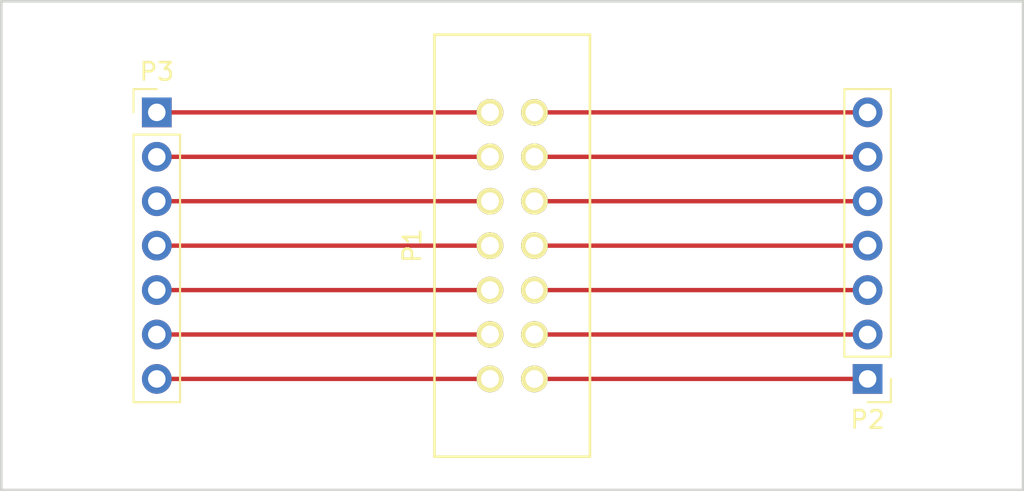
<source format=kicad_pcb>
(kicad_pcb (version 4) (host pcbnew 4.0.2-stable)

  (general
    (links 14)
    (no_connects 14)
    (area 115.541667 95.609999 166.398334 120.290001)
    (thickness 1.6)
    (drawings 5)
    (tracks 14)
    (zones 0)
    (modules 3)
    (nets 15)
  )

  (page A4)
  (layers
    (0 F.Cu signal)
    (31 B.Cu signal hide)
    (32 B.Adhes user hide)
    (33 F.Adhes user hide)
    (34 B.Paste user hide)
    (35 F.Paste user hide)
    (36 B.SilkS user hide)
    (37 F.SilkS user hide)
    (38 B.Mask user hide)
    (39 F.Mask user hide)
    (40 Dwgs.User user hide)
    (41 Cmts.User user hide)
    (42 Eco1.User user hide)
    (43 Eco2.User user hide)
    (44 Edge.Cuts user)
    (45 Margin user hide)
    (46 B.CrtYd user hide)
    (47 F.CrtYd user hide)
    (48 B.Fab user hide)
    (49 F.Fab user hide)
  )

  (setup
    (last_trace_width 0.25)
    (trace_clearance 0.2)
    (zone_clearance 0.508)
    (zone_45_only no)
    (trace_min 0.2)
    (segment_width 0.2)
    (edge_width 0.15)
    (via_size 0.6)
    (via_drill 0.4)
    (via_min_size 0.4)
    (via_min_drill 0.3)
    (uvia_size 0.3)
    (uvia_drill 0.1)
    (uvias_allowed no)
    (uvia_min_size 0.2)
    (uvia_min_drill 0.1)
    (pcb_text_width 0.3)
    (pcb_text_size 1.5 1.5)
    (mod_edge_width 0.15)
    (mod_text_size 1 1)
    (mod_text_width 0.15)
    (pad_size 1.524 1.524)
    (pad_drill 0.762)
    (pad_to_mask_clearance 0.2)
    (aux_axis_origin 0 0)
    (visible_elements FFFFFF7F)
    (pcbplotparams
      (layerselection 0x00030_80000001)
      (usegerberextensions false)
      (excludeedgelayer true)
      (linewidth 0.100000)
      (plotframeref false)
      (viasonmask false)
      (mode 1)
      (useauxorigin false)
      (hpglpennumber 1)
      (hpglpenspeed 20)
      (hpglpendiameter 15)
      (hpglpenoverlay 2)
      (psnegative false)
      (psa4output false)
      (plotreference true)
      (plotvalue true)
      (plotinvisibletext false)
      (padsonsilk false)
      (subtractmaskfromsilk false)
      (outputformat 1)
      (mirror false)
      (drillshape 1)
      (scaleselection 1)
      (outputdirectory ""))
  )

  (net 0 "")
  (net 1 "Net-(P1-Pad1)")
  (net 2 "Net-(P1-Pad3)")
  (net 3 "Net-(P1-Pad5)")
  (net 4 "Net-(P1-Pad7)")
  (net 5 "Net-(P1-Pad9)")
  (net 6 "Net-(P1-Pad11)")
  (net 7 "Net-(P1-Pad13)")
  (net 8 "Net-(P1-Pad2)")
  (net 9 "Net-(P1-Pad4)")
  (net 10 "Net-(P1-Pad6)")
  (net 11 "Net-(P1-Pad8)")
  (net 12 "Net-(P1-Pad10)")
  (net 13 "Net-(P1-Pad12)")
  (net 14 "Net-(P1-Pad14)")

  (net_class Default "This is the default net class."
    (clearance 0.2)
    (trace_width 0.25)
    (via_dia 0.6)
    (via_drill 0.4)
    (uvia_dia 0.3)
    (uvia_drill 0.1)
    (add_net "Net-(P1-Pad1)")
    (add_net "Net-(P1-Pad10)")
    (add_net "Net-(P1-Pad11)")
    (add_net "Net-(P1-Pad12)")
    (add_net "Net-(P1-Pad13)")
    (add_net "Net-(P1-Pad14)")
    (add_net "Net-(P1-Pad2)")
    (add_net "Net-(P1-Pad3)")
    (add_net "Net-(P1-Pad4)")
    (add_net "Net-(P1-Pad5)")
    (add_net "Net-(P1-Pad6)")
    (add_net "Net-(P1-Pad7)")
    (add_net "Net-(P1-Pad8)")
    (add_net "Net-(P1-Pad9)")
  )

  (module mods:2x7_pin_10in (layer F.Cu) (tedit 57A0C703) (tstamp 614BCA01)
    (at 140.97 107.95 270)
    (path /614BC016)
    (fp_text reference P1 (at 0 5.715 270) (layer F.SilkS)
      (effects (font (size 1 1) (thickness 0.15)))
    )
    (fp_text value CONN_02X07 (at 0 -5.715 270) (layer F.Fab) hide
      (effects (font (size 1 1) (thickness 0.15)))
    )
    (fp_line (start -12.065 4.445) (end 12.065 4.445) (layer F.SilkS) (width 0.15))
    (fp_line (start 12.065 -4.445) (end -12.065 -4.445) (layer F.SilkS) (width 0.15))
    (fp_line (start 12.065 4.445) (end 12.065 -4.445) (layer F.SilkS) (width 0.15))
    (fp_line (start -12.065 -4.445) (end -12.065 4.445) (layer F.SilkS) (width 0.15))
    (pad 1 thru_hole circle (at -7.62 1.27 270) (size 1.524 1.524) (drill 1.016) (layers *.Cu *.Mask F.SilkS)
      (net 1 "Net-(P1-Pad1)"))
    (pad 3 thru_hole circle (at -5.08 1.27 270) (size 1.524 1.524) (drill 1.016) (layers *.Cu *.Mask F.SilkS)
      (net 2 "Net-(P1-Pad3)"))
    (pad 5 thru_hole circle (at -2.54 1.27 270) (size 1.524 1.524) (drill 1.016) (layers *.Cu *.Mask F.SilkS)
      (net 3 "Net-(P1-Pad5)"))
    (pad 7 thru_hole circle (at 0 1.27 270) (size 1.524 1.524) (drill 1.016) (layers *.Cu *.Mask F.SilkS)
      (net 4 "Net-(P1-Pad7)"))
    (pad 9 thru_hole circle (at 2.54 1.27 270) (size 1.524 1.524) (drill 1.016) (layers *.Cu *.Mask F.SilkS)
      (net 5 "Net-(P1-Pad9)"))
    (pad 11 thru_hole circle (at 5.08 1.27 270) (size 1.524 1.524) (drill 1.016) (layers *.Cu *.Mask F.SilkS)
      (net 6 "Net-(P1-Pad11)"))
    (pad 13 thru_hole circle (at 7.62 1.27 270) (size 1.524 1.524) (drill 1.016) (layers *.Cu *.Mask F.SilkS)
      (net 7 "Net-(P1-Pad13)"))
    (pad 2 thru_hole circle (at -7.62 -1.27 270) (size 1.524 1.524) (drill 1.016) (layers *.Cu *.Mask F.SilkS)
      (net 8 "Net-(P1-Pad2)"))
    (pad 4 thru_hole circle (at -5.08 -1.27 270) (size 1.524 1.524) (drill 1.016) (layers *.Cu *.Mask F.SilkS)
      (net 9 "Net-(P1-Pad4)"))
    (pad 6 thru_hole circle (at -2.54 -1.27 270) (size 1.524 1.524) (drill 1.016) (layers *.Cu *.Mask F.SilkS)
      (net 10 "Net-(P1-Pad6)"))
    (pad 8 thru_hole circle (at 0 -1.27 270) (size 1.524 1.524) (drill 1.016) (layers *.Cu *.Mask F.SilkS)
      (net 11 "Net-(P1-Pad8)"))
    (pad 10 thru_hole circle (at 2.54 -1.27 270) (size 1.524 1.524) (drill 1.016) (layers *.Cu *.Mask F.SilkS)
      (net 12 "Net-(P1-Pad10)"))
    (pad 12 thru_hole circle (at 5.08 -1.27 270) (size 1.524 1.524) (drill 1.016) (layers *.Cu *.Mask F.SilkS)
      (net 13 "Net-(P1-Pad12)"))
    (pad 14 thru_hole circle (at 7.62 -1.27 270) (size 1.524 1.524) (drill 1.016) (layers *.Cu *.Mask F.SilkS)
      (net 14 "Net-(P1-Pad14)"))
  )

  (module Pin_Headers:Pin_Header_Straight_1x07_Pitch2.54mm (layer F.Cu) (tedit 59650532) (tstamp 614BCA0C)
    (at 161.29 115.57 180)
    (descr "Through hole straight pin header, 1x07, 2.54mm pitch, single row")
    (tags "Through hole pin header THT 1x07 2.54mm single row")
    (path /614BC1D1)
    (fp_text reference P2 (at 0 -2.33 180) (layer F.SilkS)
      (effects (font (size 1 1) (thickness 0.15)))
    )
    (fp_text value CONN_01X07 (at 0 17.57 180) (layer F.Fab)
      (effects (font (size 1 1) (thickness 0.15)))
    )
    (fp_line (start -0.635 -1.27) (end 1.27 -1.27) (layer F.Fab) (width 0.1))
    (fp_line (start 1.27 -1.27) (end 1.27 16.51) (layer F.Fab) (width 0.1))
    (fp_line (start 1.27 16.51) (end -1.27 16.51) (layer F.Fab) (width 0.1))
    (fp_line (start -1.27 16.51) (end -1.27 -0.635) (layer F.Fab) (width 0.1))
    (fp_line (start -1.27 -0.635) (end -0.635 -1.27) (layer F.Fab) (width 0.1))
    (fp_line (start -1.33 16.57) (end 1.33 16.57) (layer F.SilkS) (width 0.12))
    (fp_line (start -1.33 1.27) (end -1.33 16.57) (layer F.SilkS) (width 0.12))
    (fp_line (start 1.33 1.27) (end 1.33 16.57) (layer F.SilkS) (width 0.12))
    (fp_line (start -1.33 1.27) (end 1.33 1.27) (layer F.SilkS) (width 0.12))
    (fp_line (start -1.33 0) (end -1.33 -1.33) (layer F.SilkS) (width 0.12))
    (fp_line (start -1.33 -1.33) (end 0 -1.33) (layer F.SilkS) (width 0.12))
    (fp_line (start -1.8 -1.8) (end -1.8 17.05) (layer F.CrtYd) (width 0.05))
    (fp_line (start -1.8 17.05) (end 1.8 17.05) (layer F.CrtYd) (width 0.05))
    (fp_line (start 1.8 17.05) (end 1.8 -1.8) (layer F.CrtYd) (width 0.05))
    (fp_line (start 1.8 -1.8) (end -1.8 -1.8) (layer F.CrtYd) (width 0.05))
    (fp_text user %R (at 0 7.62 270) (layer F.Fab)
      (effects (font (size 1 1) (thickness 0.15)))
    )
    (pad 1 thru_hole rect (at 0 0 180) (size 1.7 1.7) (drill 1) (layers *.Cu *.Mask)
      (net 7 "Net-(P1-Pad13)"))
    (pad 2 thru_hole oval (at 0 2.54 180) (size 1.7 1.7) (drill 1) (layers *.Cu *.Mask)
      (net 6 "Net-(P1-Pad11)"))
    (pad 3 thru_hole oval (at 0 5.08 180) (size 1.7 1.7) (drill 1) (layers *.Cu *.Mask)
      (net 5 "Net-(P1-Pad9)"))
    (pad 4 thru_hole oval (at 0 7.62 180) (size 1.7 1.7) (drill 1) (layers *.Cu *.Mask)
      (net 4 "Net-(P1-Pad7)"))
    (pad 5 thru_hole oval (at 0 10.16 180) (size 1.7 1.7) (drill 1) (layers *.Cu *.Mask)
      (net 3 "Net-(P1-Pad5)"))
    (pad 6 thru_hole oval (at 0 12.7 180) (size 1.7 1.7) (drill 1) (layers *.Cu *.Mask)
      (net 2 "Net-(P1-Pad3)"))
    (pad 7 thru_hole oval (at 0 15.24 180) (size 1.7 1.7) (drill 1) (layers *.Cu *.Mask)
      (net 1 "Net-(P1-Pad1)"))
    (model ${KISYS3DMOD}/Pin_Headers.3dshapes/Pin_Header_Straight_1x07_Pitch2.54mm.wrl
      (at (xyz 0 0 0))
      (scale (xyz 1 1 1))
      (rotate (xyz 0 0 0))
    )
  )

  (module Pin_Headers:Pin_Header_Straight_1x07_Pitch2.54mm (layer F.Cu) (tedit 59650532) (tstamp 614BCA17)
    (at 120.65 100.33)
    (descr "Through hole straight pin header, 1x07, 2.54mm pitch, single row")
    (tags "Through hole pin header THT 1x07 2.54mm single row")
    (path /614BC0BE)
    (fp_text reference P3 (at 0 -2.33) (layer F.SilkS)
      (effects (font (size 1 1) (thickness 0.15)))
    )
    (fp_text value CONN_01X07 (at 0 17.57) (layer F.Fab)
      (effects (font (size 1 1) (thickness 0.15)))
    )
    (fp_line (start -0.635 -1.27) (end 1.27 -1.27) (layer F.Fab) (width 0.1))
    (fp_line (start 1.27 -1.27) (end 1.27 16.51) (layer F.Fab) (width 0.1))
    (fp_line (start 1.27 16.51) (end -1.27 16.51) (layer F.Fab) (width 0.1))
    (fp_line (start -1.27 16.51) (end -1.27 -0.635) (layer F.Fab) (width 0.1))
    (fp_line (start -1.27 -0.635) (end -0.635 -1.27) (layer F.Fab) (width 0.1))
    (fp_line (start -1.33 16.57) (end 1.33 16.57) (layer F.SilkS) (width 0.12))
    (fp_line (start -1.33 1.27) (end -1.33 16.57) (layer F.SilkS) (width 0.12))
    (fp_line (start 1.33 1.27) (end 1.33 16.57) (layer F.SilkS) (width 0.12))
    (fp_line (start -1.33 1.27) (end 1.33 1.27) (layer F.SilkS) (width 0.12))
    (fp_line (start -1.33 0) (end -1.33 -1.33) (layer F.SilkS) (width 0.12))
    (fp_line (start -1.33 -1.33) (end 0 -1.33) (layer F.SilkS) (width 0.12))
    (fp_line (start -1.8 -1.8) (end -1.8 17.05) (layer F.CrtYd) (width 0.05))
    (fp_line (start -1.8 17.05) (end 1.8 17.05) (layer F.CrtYd) (width 0.05))
    (fp_line (start 1.8 17.05) (end 1.8 -1.8) (layer F.CrtYd) (width 0.05))
    (fp_line (start 1.8 -1.8) (end -1.8 -1.8) (layer F.CrtYd) (width 0.05))
    (fp_text user %R (at 0 7.62 90) (layer F.Fab)
      (effects (font (size 1 1) (thickness 0.15)))
    )
    (pad 1 thru_hole rect (at 0 0) (size 1.7 1.7) (drill 1) (layers *.Cu *.Mask)
      (net 8 "Net-(P1-Pad2)"))
    (pad 2 thru_hole oval (at 0 2.54) (size 1.7 1.7) (drill 1) (layers *.Cu *.Mask)
      (net 9 "Net-(P1-Pad4)"))
    (pad 3 thru_hole oval (at 0 5.08) (size 1.7 1.7) (drill 1) (layers *.Cu *.Mask)
      (net 10 "Net-(P1-Pad6)"))
    (pad 4 thru_hole oval (at 0 7.62) (size 1.7 1.7) (drill 1) (layers *.Cu *.Mask)
      (net 11 "Net-(P1-Pad8)"))
    (pad 5 thru_hole oval (at 0 10.16) (size 1.7 1.7) (drill 1) (layers *.Cu *.Mask)
      (net 12 "Net-(P1-Pad10)"))
    (pad 6 thru_hole oval (at 0 12.7) (size 1.7 1.7) (drill 1) (layers *.Cu *.Mask)
      (net 13 "Net-(P1-Pad12)"))
    (pad 7 thru_hole oval (at 0 15.24) (size 1.7 1.7) (drill 1) (layers *.Cu *.Mask)
      (net 14 "Net-(P1-Pad14)"))
    (model ${KISYS3DMOD}/Pin_Headers.3dshapes/Pin_Header_Straight_1x07_Pitch2.54mm.wrl
      (at (xyz 0 0 0))
      (scale (xyz 1 1 1))
      (rotate (xyz 0 0 0))
    )
  )

  (gr_line (start 111.76 93.98) (end 116.84 93.98) (angle 90) (layer Edge.Cuts) (width 0.15))
  (gr_line (start 111.76 121.92) (end 111.76 93.98) (angle 90) (layer Edge.Cuts) (width 0.15))
  (gr_line (start 170.18 121.92) (end 111.76 121.92) (angle 90) (layer Edge.Cuts) (width 0.15))
  (gr_line (start 170.18 93.98) (end 170.18 121.92) (angle 90) (layer Edge.Cuts) (width 0.15))
  (gr_line (start 116.84 93.98) (end 170.18 93.98) (angle 90) (layer Edge.Cuts) (width 0.15))

  (segment (start 161.29 102.87) (end 142.24 102.87) (width 0.25) (layer F.Cu) (net 2) (status C00000))
  (segment (start 161.29 107.95) (end 142.24 107.95) (width 0.25) (layer F.Cu) (net 4) (status C00000))
  (segment (start 161.29 113.03) (end 142.24 113.03) (width 0.25) (layer F.Cu) (net 6) (status C00000))
  (segment (start 142.24 100.33) (end 161.29 100.33) (width 0.25) (layer F.Cu) (net 8) (status C00000))
  (segment (start 120.65 100.33) (end 139.7 100.33) (width 0.25) (layer F.Cu) (net 8) (status C00000))
  (segment (start 120.65 102.87) (end 139.7 102.87) (width 0.25) (layer F.Cu) (net 9) (status C00000))
  (segment (start 142.24 105.41) (end 161.29 105.41) (width 0.25) (layer F.Cu) (net 10) (status C00000))
  (segment (start 120.65 105.41) (end 139.7 105.41) (width 0.25) (layer F.Cu) (net 10) (status C00000))
  (segment (start 120.65 107.95) (end 139.7 107.95) (width 0.25) (layer F.Cu) (net 11) (status C00000))
  (segment (start 142.24 110.49) (end 161.29 110.49) (width 0.25) (layer F.Cu) (net 12) (status C00000))
  (segment (start 120.65 110.49) (end 139.7 110.49) (width 0.25) (layer F.Cu) (net 12) (status C00000))
  (segment (start 120.65 113.03) (end 139.7 113.03) (width 0.25) (layer F.Cu) (net 13) (status C00000))
  (segment (start 142.24 115.57) (end 161.29 115.57) (width 0.25) (layer F.Cu) (net 14) (status C00000))
  (segment (start 120.65 115.57) (end 139.7 115.57) (width 0.25) (layer F.Cu) (net 14) (status C00000))

)

</source>
